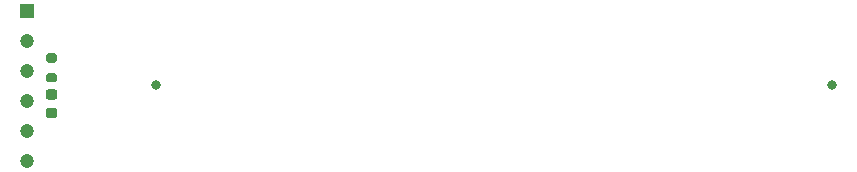
<source format=gts>
G04 #@! TF.GenerationSoftware,KiCad,Pcbnew,5.1.10-88a1d61d58~88~ubuntu18.04.1*
G04 #@! TF.CreationDate,2021-09-30T10:17:39+02:00*
G04 #@! TF.ProjectId,pmod_microphone_array_2x1,706d6f64-5f6d-4696-9372-6f70686f6e65,1.0.0*
G04 #@! TF.SameCoordinates,Original*
G04 #@! TF.FileFunction,Soldermask,Top*
G04 #@! TF.FilePolarity,Negative*
%FSLAX46Y46*%
G04 Gerber Fmt 4.6, Leading zero omitted, Abs format (unit mm)*
G04 Created by KiCad (PCBNEW 5.1.10-88a1d61d58~88~ubuntu18.04.1) date 2021-09-30 10:17:39*
%MOMM*%
%LPD*%
G01*
G04 APERTURE LIST*
%ADD10C,0.800000*%
%ADD11R,1.200000X1.200000*%
%ADD12C,1.200000*%
G04 APERTURE END LIST*
D10*
X98318000Y-62656000D03*
X41148000Y-62656000D03*
D11*
X30226000Y-56388000D03*
D12*
X30226000Y-58928000D03*
X30226000Y-61468000D03*
X30226000Y-64008000D03*
X30226000Y-66548000D03*
X30226000Y-69088000D03*
G36*
G01*
X31983000Y-61639000D02*
X32533000Y-61639000D01*
G75*
G02*
X32733000Y-61839000I0J-200000D01*
G01*
X32733000Y-62239000D01*
G75*
G02*
X32533000Y-62439000I-200000J0D01*
G01*
X31983000Y-62439000D01*
G75*
G02*
X31783000Y-62239000I0J200000D01*
G01*
X31783000Y-61839000D01*
G75*
G02*
X31983000Y-61639000I200000J0D01*
G01*
G37*
G36*
G01*
X31983000Y-59989000D02*
X32533000Y-59989000D01*
G75*
G02*
X32733000Y-60189000I0J-200000D01*
G01*
X32733000Y-60589000D01*
G75*
G02*
X32533000Y-60789000I-200000J0D01*
G01*
X31983000Y-60789000D01*
G75*
G02*
X31783000Y-60589000I0J200000D01*
G01*
X31783000Y-60189000D01*
G75*
G02*
X31983000Y-59989000I200000J0D01*
G01*
G37*
G36*
G01*
X32514250Y-63912000D02*
X32001750Y-63912000D01*
G75*
G02*
X31783000Y-63693250I0J218750D01*
G01*
X31783000Y-63255750D01*
G75*
G02*
X32001750Y-63037000I218750J0D01*
G01*
X32514250Y-63037000D01*
G75*
G02*
X32733000Y-63255750I0J-218750D01*
G01*
X32733000Y-63693250D01*
G75*
G02*
X32514250Y-63912000I-218750J0D01*
G01*
G37*
G36*
G01*
X32514250Y-65487000D02*
X32001750Y-65487000D01*
G75*
G02*
X31783000Y-65268250I0J218750D01*
G01*
X31783000Y-64830750D01*
G75*
G02*
X32001750Y-64612000I218750J0D01*
G01*
X32514250Y-64612000D01*
G75*
G02*
X32733000Y-64830750I0J-218750D01*
G01*
X32733000Y-65268250D01*
G75*
G02*
X32514250Y-65487000I-218750J0D01*
G01*
G37*
M02*

</source>
